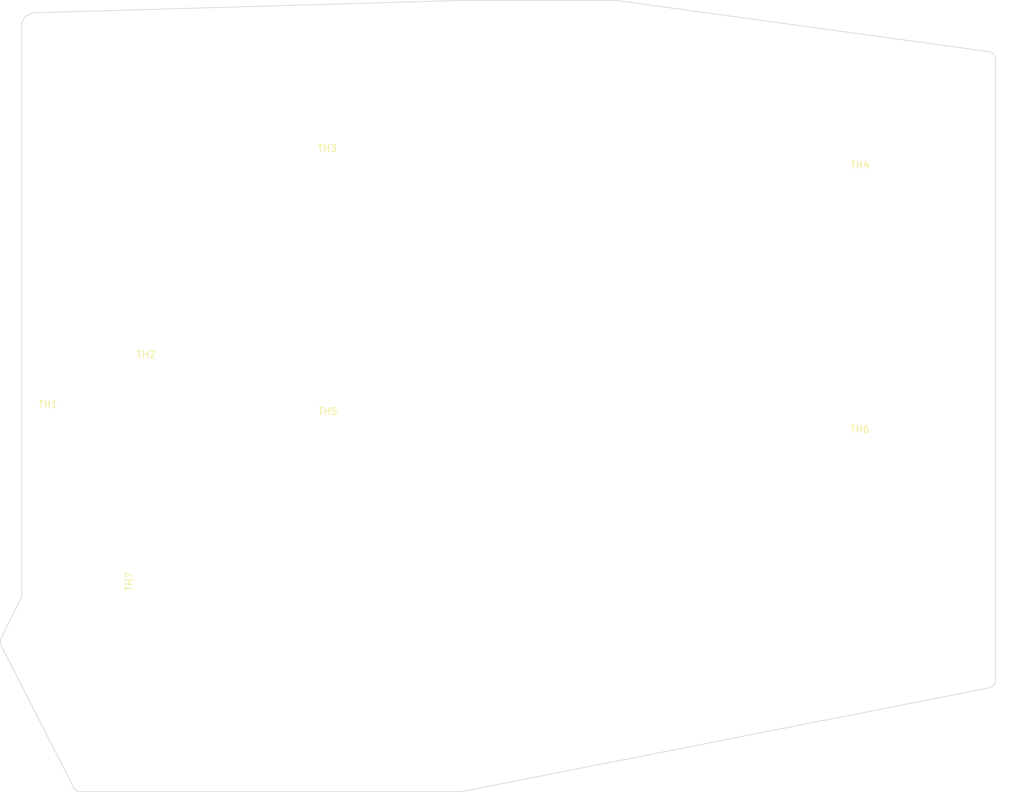
<source format=kicad_pcb>
(kicad_pcb (version 20221018) (generator pcbnew)
  (layers (0 "F.Cu" signal) (31 "B.Cu" signal) (34 "B.Paste" user) (35 "F.Paste" user) (36 "B.SilkS" user "B.Silkscreen") (37 "F.SilkS" user "F.Silkscreen") (38 "B.Mask" user) (39 "F.Mask" user) (44 "Edge.Cuts" user))
  (net 0 "")
  (footprint "MountingHole:MountingHole_2.2mm_M2" (layer "F.Cu") (at 99.97 122.21 90)
    (fp_text reference "TH7" (at 0 -3.2 90) (layer "F.SilkS"))
    (fp_text value "HOLE")
    (pad "" np_thru_hole circle (at 0 0 90) (size 2.2 2.2) (drill 2.2) (layers "*.Cu" "*.Mask"))
  )
  (footprint "MountingHole:MountingHole_2.2mm_M2" (layer "F.Cu") (at 172.53 141.77)
    (fp_text reference "" (at 0 -3.2) (layer "F.SilkS"))
    (fp_text value "MountingHole_2.2mm_M2")
    (pad "" np_thru_hole circle (at 0 0) (size 2.2 2.2) (drill 2.2) (layers "*.Cu" "*.Mask"))
  )
  (footprint "MountingHole:MountingHole_2.2mm_M2" (layer "F.Cu") (at 216.36 130.29)
    (fp_text reference "" (at 0 -3.2) (layer "F.SilkS"))
    (fp_text value "MountingHole_2.2mm_M2")
    (pad "" np_thru_hole circle (at 0 0) (size 2.2 2.2) (drill 2.2) (layers "*.Cu" "*.Mask"))
  )
  (footprint "MountingHole:MountingHole_2.2mm_M2" (layer "F.Cu") (at 202.165 103.415)
    (fp_text reference "TH6" (at 0 -3.2) (layer "F.SilkS"))
    (fp_text value "HOLE")
    (pad "" np_thru_hole circle (at 0 0) (size 2.2 2.2) (drill 2.2) (layers "*.Cu" "*.Mask"))
  )
  (footprint "MountingHole:MountingHole_2.2mm_M2" (layer "F.Cu") (at 85.065 99.85)
    (fp_text reference "TH1" (at 0 -3.2) (layer "F.SilkS"))
    (fp_text value "HOLE")
    (pad "" np_thru_hole circle (at 0 0) (size 2.2 2.2) (drill 2.2) (layers "*.Cu" "*.Mask"))
  )
  (footprint "MountingHole:MountingHole_2.2mm_M2" (layer "F.Cu") (at 125.42 100.85)
    (fp_text reference "TH5" (at 0 -3.2) (layer "F.SilkS"))
    (fp_text value "HOLE")
    (pad "" np_thru_hole circle (at 0 0) (size 2.2 2.2) (drill 2.2) (layers "*.Cu" "*.Mask"))
  )
  (footprint "MountingHole:MountingHole_2.2mm_M2" (layer "F.Cu") (at 125.33 62.9)
    (fp_text reference "TH3" (at 0 -3.2) (layer "F.SilkS"))
    (fp_text value "HOLE")
    (pad "" np_thru_hole circle (at 0 0) (size 2.2 2.2) (drill 2.2) (layers "*.Cu" "*.Mask"))
  )
  (footprint "MountingHole:MountingHole_2.2mm_M2" (layer "F.Cu") (at 99.226053 92.648552)
    (fp_text reference "TH2" (at 0 -3.2) (layer "F.SilkS"))
    (fp_text value "HOLE")
    (pad "" np_thru_hole circle (at 0 0) (size 2.2 2.2) (drill 2.2) (layers "*.Cu" "*.Mask"))
  )
  (footprint "MountingHole:MountingHole_2.2mm_M2" (layer "F.Cu") (at 202.18 65.3)
    (fp_text reference "TH4" (at 0 -3.2) (layer "F.SilkS"))
    (fp_text value "HOLE")
    (pad "" np_thru_hole circle (at 0 0) (size 2.2 2.2) (drill 2.2) (layers "*.Cu" "*.Mask"))
  )
  (footprint "MountingHole:MountingHole_2.2mm_M2" (layer "F.Cu") (at 114.82 147.19)
    (fp_text reference "" (at 0 -3.2) (layer "F.SilkS"))
    (fp_text value "MountingHole_2.2mm_M2")
    (pad "" np_thru_hole circle (at 0 0) (size 2.2 2.2) (drill 2.2) (layers "*.Cu" "*.Mask"))
  )
  (gr_arc (start 221.739999 136.39) (mid 221.457099 137.148281) (end 220.759846 137.559208) (stroke (width 0.1)) (layer "Edge.Cuts"))
  (gr_line (start 144.99 38.34) (end 83.265 40.13) (stroke (width 0.1)) (layer "Edge.Cuts"))
  (gr_line (start 78.302647 130.451224) (end 81.265 124.39) (stroke (width 0.1)) (layer "Edge.Cuts"))
  (gr_arc (start 89.62 152.549999) (mid 89.165838 152.375607) (end 88.826528 152.026976) (stroke (width 0.1)) (layer "Edge.Cuts"))
  (gr_line (start 144.99 38.34) (end 166.94 38.34) (stroke (width 0.1)) (layer "Edge.Cuts"))
  (gr_line (start 81.265 42.13) (end 81.265 124.39) (stroke (width 0.1)) (layer "Edge.Cuts"))
  (gr_line (start 166.94 38.34) (end 220.77131 45.740671) (stroke (width 0.1)) (layer "Edge.Cuts"))
  (gr_line (start 78.360032 131.549982) (end 88.826528 152.026976) (stroke (width 0.1)) (layer "Edge.Cuts"))
  (gr_line (start 220.759811 137.559027) (end 144.57 152.55) (stroke (width 0.1)) (layer "Edge.Cuts"))
  (gr_arc (start 81.265 42.13) (mid 81.850786 40.715786) (end 83.265 40.13) (stroke (width 0.1)) (layer "Edge.Cuts"))
  (gr_line (start 89.62 152.55) (end 144.57 152.55) (stroke (width 0.1)) (layer "Edge.Cuts"))
  (gr_line (start 221.739999 46.89) (end 221.739999 136.39) (stroke (width 0.1)) (layer "Edge.Cuts"))
  (gr_arc (start 220.77131 45.740671) (mid 221.45494 46.147364) (end 221.739965 46.890002) (stroke (width 0.1)) (layer "Edge.Cuts"))
  (gr_arc (start 78.360032 131.549982) (mid 78.199635 131.007482) (end 78.302647 130.451224) (stroke (width 0.1)) (layer "Edge.Cuts"))
)
</source>
